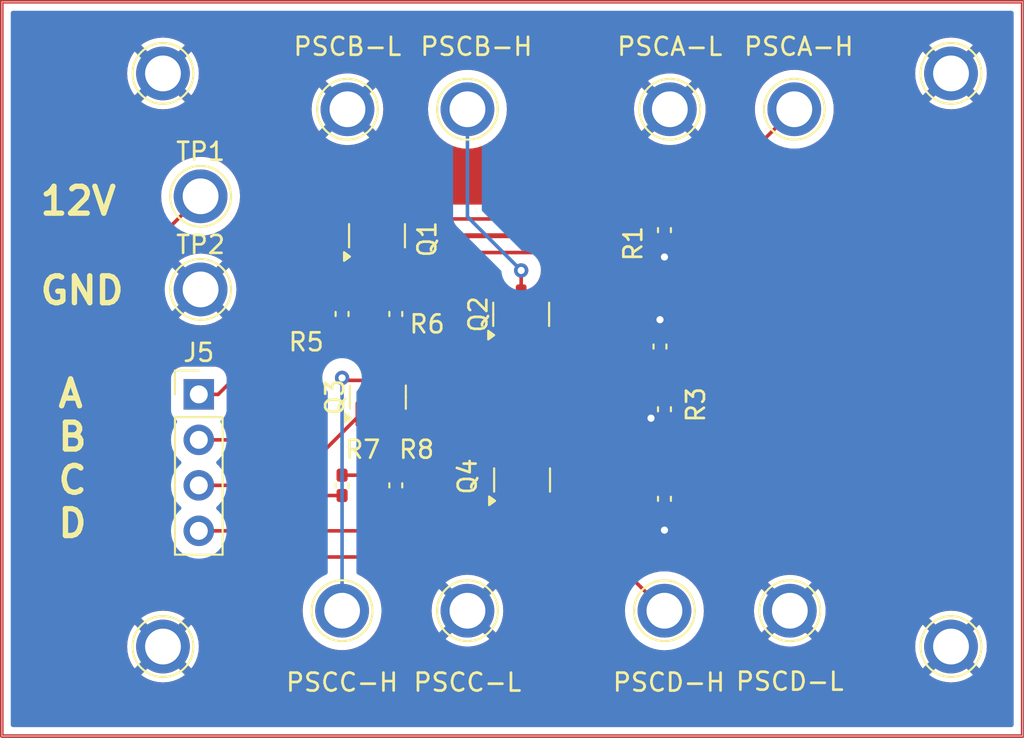
<source format=kicad_pcb>
(kicad_pcb (version 20240108) (generator "pcbnew") (generator_version "8.0")
  (layers (0 "F.Cu" signal) (31 "B.Cu" signal) (34 "B.Paste" user) (35 "F.Paste" user) (36 "B.SilkS" user "B.Silkscreen") (37 "F.SilkS" user "F.Silkscreen") (38 "B.Mask" user) (39 "F.Mask" user) (44 "Edge.Cuts" user))
  (net 0 "")
  (net 1 "Net-(J5-Pin_3)")
  (net 2 "Net-(J5-Pin_4)")
  (net 3 "Net-(J5-Pin_1)")
  (net 4 "Net-(J5-Pin_2)")
  (net 5 "+12V")
  (net 6 "GND")
  (net 7 "Net-(Q1-D)")
  (net 8 "Net-(Q2-D)")
  (net 9 "Net-(Q3-D)")
  (net 10 "Net-(Q4-D)")
  (footprint "Connector_PinHeader_2.54mm:PinHeader_1x04_P2.54mm_Vertical" (layer "F.Cu") (at 73 75.92)
    (property "Reference" "J5" (at 0 -2.33 0) (layer "F.SilkS"))
    (property "Value" "Conn_01x04_Pin" (hide yes))
    (fp_line (start -1.33 -1.33) (end 0 -1.33) (stroke (width 0.12)) (layer "F.SilkS"))
    (fp_line (start -1.33 0) (end -1.33 -1.33) (stroke (width 0.12)) (layer "F.SilkS"))
    (fp_line (start -1.33 1.27) (end -1.33 8.95) (stroke (width 0.12)) (layer "F.SilkS"))
    (fp_line (start -1.33 1.27) (end 1.33 1.27) (stroke (width 0.12)) (layer "F.SilkS"))
    (fp_line (start -1.33 8.95) (end 1.33 8.95) (stroke (width 0.12)) (layer "F.SilkS"))
    (fp_line (start 1.33 1.27) (end 1.33 8.95) (stroke (width 0.12)) (layer "F.SilkS"))
    (pad "1" thru_hole rect (at 0 0) (size 1.7 1.7) (drill 1) (layers "*.Cu" "*.Mask" "In1.Cu" "In2.Cu" "In3.Cu" "In4.Cu" "In5.Cu" "In6.Cu" "In7.Cu" "In8.Cu" "In9.Cu" "In10.Cu" "In11.Cu" "In12.Cu" "In13.Cu" "In14.Cu" "In15.Cu" "In16.Cu" "In17.Cu" "In18.Cu" "In19.Cu" "In20.Cu" "In21.Cu" "In22.Cu" "In23.Cu" "In24.Cu" "In25.Cu" "In26.Cu" "In27.Cu" "In28.Cu" "In29.Cu" "In30.Cu") (net 3 "Net-(J5-Pin_1)"))
    (pad "2" thru_hole oval (at 0 2.54) (size 1.7 1.7) (drill 1) (layers "*.Cu" "*.Mask" "In1.Cu" "In2.Cu" "In3.Cu" "In4.Cu" "In5.Cu" "In6.Cu" "In7.Cu" "In8.Cu" "In9.Cu" "In10.Cu" "In11.Cu" "In12.Cu" "In13.Cu" "In14.Cu" "In15.Cu" "In16.Cu" "In17.Cu" "In18.Cu" "In19.Cu" "In20.Cu" "In21.Cu" "In22.Cu" "In23.Cu" "In24.Cu" "In25.Cu" "In26.Cu" "In27.Cu" "In28.Cu" "In29.Cu" "In30.Cu") (net 4 "Net-(J5-Pin_2)"))
    (pad "3" thru_hole oval (at 0 5.08) (size 1.7 1.7) (drill 1) (layers "*.Cu" "*.Mask" "In1.Cu" "In2.Cu" "In3.Cu" "In4.Cu" "In5.Cu" "In6.Cu" "In7.Cu" "In8.Cu" "In9.Cu" "In10.Cu" "In11.Cu" "In12.Cu" "In13.Cu" "In14.Cu" "In15.Cu" "In16.Cu" "In17.Cu" "In18.Cu" "In19.Cu" "In20.Cu" "In21.Cu" "In22.Cu" "In23.Cu" "In24.Cu" "In25.Cu" "In26.Cu" "In27.Cu" "In28.Cu" "In29.Cu" "In30.Cu") (net 1 "Net-(J5-Pin_3)"))
    (pad "4" thru_hole oval (at 0 7.62) (size 1.7 1.7) (drill 1) (layers "*.Cu" "*.Mask" "In1.Cu" "In2.Cu" "In3.Cu" "In4.Cu" "In5.Cu" "In6.Cu" "In7.Cu" "In8.Cu" "In9.Cu" "In10.Cu" "In11.Cu" "In12.Cu" "In13.Cu" "In14.Cu" "In15.Cu" "In16.Cu" "In17.Cu" "In18.Cu" "In19.Cu" "In20.Cu" "In21.Cu" "In22.Cu" "In23.Cu" "In24.Cu" "In25.Cu" "In26.Cu" "In27.Cu" "In28.Cu" "In29.Cu" "In30.Cu") (net 2 "Net-(J5-Pin_4)"))
  )
  (footprint "Capacitor_SMD:C_0402_1005Metric_Pad0.74x0.62mm_HandSolder" (layer "F.Cu") (at 99 66.75 90)
    (property "Reference" "R1" (hide yes))
    (property "Value" "R" (hide yes))
    (fp_line (start -0.115835 -0.36) (end 0.115835 -0.36) (stroke (width 0.12)) (layer "F.SilkS"))
    (fp_line (start -0.115835 0.36) (end 0.115835 0.36) (stroke (width 0.12)) (layer "F.SilkS"))
    (pad "1" smd roundrect (at -0.5675 0 90) (size 0.735 0.62) (layers "F.Cu" "F.Paste" "F.Mask") (net 6 "GND"))
    (pad "2" smd roundrect (at 0.5675 0 90) (size 0.735 0.62) (layers "F.Cu" "F.Paste" "F.Mask") (net 7 "Net-(Q1-D)"))
  )
  (footprint "TestPoint:TestPoint_Plated_Hole_D2.0mm" (layer "F.Cu") (at 106 88)
    (property "Reference" "TP10" (hide yes))
    (property "Value" "PSCD-L" (at 0 3.95 0) (layer "F.SilkS"))
    (fp_circle (center 0 0) (end 0 -1.7) (stroke (width 0.12)) (fill none) (layer "F.SilkS"))
    (pad "1" thru_hole circle (at 0 0) (size 3 3) (drill 2) (layers "*.Cu" "*.Mask" "In1.Cu" "In2.Cu" "In3.Cu" "In4.Cu" "In5.Cu" "In6.Cu" "In7.Cu" "In8.Cu" "In9.Cu" "In10.Cu" "In11.Cu" "In12.Cu" "In13.Cu" "In14.Cu" "In15.Cu" "In16.Cu" "In17.Cu" "In18.Cu" "In19.Cu" "In20.Cu" "In21.Cu" "In22.Cu" "In23.Cu" "In24.Cu" "In25.Cu" "In26.Cu" "In27.Cu" "In28.Cu" "In29.Cu" "In30.Cu") (net 6 "GND"))
  )
  (footprint "Capacitor_SMD:C_0402_1005Metric_Pad0.74x0.62mm_HandSolder" (layer "F.Cu") (at 84 81 -90)
    (property "Reference" "R8" (at -2 -1.16 180) (layer "F.SilkS"))
    (property "Value" "R" (hide yes))
    (fp_line (start -0.115835 0.36) (end 0.115835 0.36) (stroke (width 0.12)) (layer "F.SilkS"))
    (fp_line (start -0.115835 -0.36) (end 0.115835 -0.36) (stroke (width 0.12)) (layer "F.SilkS"))
    (pad "1" smd roundrect (at -0.5675 0 270) (size 0.735 0.62) (layers "F.Cu" "F.Paste" "F.Mask") (net 5 "+12V"))
    (pad "2" smd roundrect (at 0.5675 0 270) (size 0.735 0.62) (layers "F.Cu" "F.Paste" "F.Mask") (net 2 "Net-(J5-Pin_4)"))
  )
  (footprint "TestPoint:TestPoint_Plated_Hole_D2.0mm" (layer "F.Cu") (at 88 88)
    (property "Reference" "TP9" (hide yes))
    (property "Value" "PSCC-L" (at 0 4 0) (layer "F.SilkS"))
    (fp_circle (center 0 0) (end 0 -1.7) (stroke (width 0.12)) (fill none) (layer "F.SilkS"))
    (pad "1" thru_hole circle (at 0 0) (size 3 3) (drill 2) (layers "*.Cu" "*.Mask" "In1.Cu" "In2.Cu" "In3.Cu" "In4.Cu" "In5.Cu" "In6.Cu" "In7.Cu" "In8.Cu" "In9.Cu" "In10.Cu" "In11.Cu" "In12.Cu" "In13.Cu" "In14.Cu" "In15.Cu" "In16.Cu" "In17.Cu" "In18.Cu" "In19.Cu" "In20.Cu" "In21.Cu" "In22.Cu" "In23.Cu" "In24.Cu" "In25.Cu" "In26.Cu" "In27.Cu" "In28.Cu" "In29.Cu" "In30.Cu") (net 6 "GND"))
  )
  (footprint "TestPoint:TestPoint_Plated_Hole_D2.0mm" (layer "F.Cu") (at 71 58)
    (property "Reference" "TP2" (hide yes))
    (property "Value" "TestPoint" (hide yes))
    (fp_circle (center 0 0) (end 0 -1.7) (stroke (width 0.12)) (fill none) (layer "F.SilkS"))
    (pad "1" thru_hole circle (at 0 0) (size 3 3) (drill 2) (layers "*.Cu" "*.Mask" "In1.Cu" "In2.Cu" "In3.Cu" "In4.Cu" "In5.Cu" "In6.Cu" "In7.Cu" "In8.Cu" "In9.Cu" "In10.Cu" "In11.Cu" "In12.Cu" "In13.Cu" "In14.Cu" "In15.Cu" "In16.Cu" "In17.Cu" "In18.Cu" "In19.Cu" "In20.Cu" "In21.Cu" "In22.Cu" "In23.Cu" "In24.Cu" "In25.Cu" "In26.Cu" "In27.Cu" "In28.Cu" "In29.Cu" "In30.Cu") (net 6 "GND"))
  )
  (footprint "TestPoint:TestPoint_Plated_Hole_D2.0mm" (layer "F.Cu") (at 73.1 70.06)
    (property "Reference" "TP2" (at 0 -2.498 0) (layer "F.SilkS"))
    (property "Value" "TestPoint" (hide yes))
    (fp_circle (center 0 0) (end 0 -1.7) (stroke (width 0.12)) (fill none) (layer "F.SilkS"))
    (pad "1" thru_hole circle (at 0 0) (size 3 3) (drill 2) (layers "*.Cu" "*.Mask" "In1.Cu" "In2.Cu" "In3.Cu" "In4.Cu" "In5.Cu" "In6.Cu" "In7.Cu" "In8.Cu" "In9.Cu" "In10.Cu" "In11.Cu" "In12.Cu" "In13.Cu" "In14.Cu" "In15.Cu" "In16.Cu" "In17.Cu" "In18.Cu" "In19.Cu" "In20.Cu" "In21.Cu" "In22.Cu" "In23.Cu" "In24.Cu" "In25.Cu" "In26.Cu" "In27.Cu" "In28.Cu" "In29.Cu" "In30.Cu") (net 6 "GND"))
  )
  (footprint "Capacitor_SMD:C_0402_1005Metric_Pad0.74x0.62mm_HandSolder" (layer "F.Cu") (at 98.75 73.25 -90)
    (property "Reference" "R2" (hide yes))
    (property "Value" "R" (hide yes))
    (fp_line (start -0.115835 0.36) (end 0.115835 0.36) (stroke (width 0.12)) (layer "F.SilkS"))
    (fp_line (start -0.115835 -0.36) (end 0.115835 -0.36) (stroke (width 0.12)) (layer "F.SilkS"))
    (pad "1" smd roundrect (at -0.5675 0 270) (size 0.735 0.62) (layers "F.Cu" "F.Paste" "F.Mask") (net 6 "GND"))
    (pad "2" smd roundrect (at 0.5675 0 270) (size 0.735 0.62) (layers "F.Cu" "F.Paste" "F.Mask") (net 8 "Net-(Q2-D)"))
  )
  (footprint "TestPoint:TestPoint_Plated_Hole_D2.0mm" (layer "F.Cu") (at 71 90)
    (property "Reference" "TP2" (hide yes))
    (property "Value" "TestPoint" (hide yes))
    (fp_circle (center 0 0) (end 0 -1.7) (stroke (width 0.12)) (fill none) (layer "F.SilkS"))
    (pad "1" thru_hole circle (at 0 0) (size 3 3) (drill 2) (layers "*.Cu" "*.Mask" "In1.Cu" "In2.Cu" "In3.Cu" "In4.Cu" "In5.Cu" "In6.Cu" "In7.Cu" "In8.Cu" "In9.Cu" "In10.Cu" "In11.Cu" "In12.Cu" "In13.Cu" "In14.Cu" "In15.Cu" "In16.Cu" "In17.Cu" "In18.Cu" "In19.Cu" "In20.Cu" "In21.Cu" "In22.Cu" "In23.Cu" "In24.Cu" "In25.Cu" "In26.Cu" "In27.Cu" "In28.Cu" "In29.Cu" "In30.Cu") (net 6 "GND"))
  )
  (footprint "Capacitor_SMD:C_0402_1005Metric_Pad0.74x0.62mm_HandSolder" (layer "F.Cu") (at 99 76.75 90)
    (property "Reference" "R3" (at 0.25 1.75 90) (layer "F.SilkS"))
    (property "Value" "R" (hide yes))
    (fp_line (start -0.115835 -0.36) (end 0.115835 -0.36) (stroke (width 0.12)) (layer "F.SilkS"))
    (fp_line (start -0.115835 0.36) (end 0.115835 0.36) (stroke (width 0.12)) (layer "F.SilkS"))
    (pad "1" smd roundrect (at -0.5675 0 90) (size 0.735 0.62) (layers "F.Cu" "F.Paste" "F.Mask") (net 6 "GND"))
    (pad "2" smd roundrect (at 0.5675 0 90) (size 0.735 0.62) (layers "F.Cu" "F.Paste" "F.Mask") (net 9 "Net-(Q3-D)"))
  )
  (footprint "TestPoint:TestPoint_Plated_Hole_D2.0mm" (layer "F.Cu") (at 81.3 60 180)
    (property "Reference" "TP8" (hide yes))
    (property "Value" "PSCB-L" (at 0 3.5 0) (layer "F.SilkS"))
    (fp_circle (center 0 0) (end 0 -1.7) (stroke (width 0.12)) (fill none) (layer "F.SilkS"))
    (pad "1" thru_hole circle (at 0 0 180) (size 3 3) (drill 2) (layers "*.Cu" "*.Mask" "In1.Cu" "In2.Cu" "In3.Cu" "In4.Cu" "In5.Cu" "In6.Cu" "In7.Cu" "In8.Cu" "In9.Cu" "In10.Cu" "In11.Cu" "In12.Cu" "In13.Cu" "In14.Cu" "In15.Cu" "In16.Cu" "In17.Cu" "In18.Cu" "In19.Cu" "In20.Cu" "In21.Cu" "In22.Cu" "In23.Cu" "In24.Cu" "In25.Cu" "In26.Cu" "In27.Cu" "In28.Cu" "In29.Cu" "In30.Cu") (net 6 "GND"))
  )
  (footprint "Capacitor_SMD:C_0402_1005Metric_Pad0.74x0.62mm_HandSolder" (layer "F.Cu") (at 99 81.75 90)
    (property "Reference" "R4" (hide yes))
    (property "Value" "R" (hide yes))
    (fp_line (start -0.115835 -0.36) (end 0.115835 -0.36) (stroke (width 0.12)) (layer "F.SilkS"))
    (fp_line (start -0.115835 0.36) (end 0.115835 0.36) (stroke (width 0.12)) (layer "F.SilkS"))
    (pad "1" smd roundrect (at -0.5675 0 90) (size 0.735 0.62) (layers "F.Cu" "F.Paste" "F.Mask") (net 6 "GND"))
    (pad "2" smd roundrect (at 0.5675 0 90) (size 0.735 0.62) (layers "F.Cu" "F.Paste" "F.Mask") (net 10 "Net-(Q4-D)"))
  )
  (footprint "TestPoint:TestPoint_Plated_Hole_D2.0mm" (layer "F.Cu") (at 99.3 60 180)
    (property "Reference" "TP7" (hide yes))
    (property "Value" "PSCA-L" (at 0 3.5 0) (layer "F.SilkS"))
    (fp_circle (center 0 0) (end 0 -1.7) (stroke (width 0.12)) (fill none) (layer "F.SilkS"))
    (pad "1" thru_hole circle (at 0 0 180) (size 3 3) (drill 2) (layers "*.Cu" "*.Mask" "In1.Cu" "In2.Cu" "In3.Cu" "In4.Cu" "In5.Cu" "In6.Cu" "In7.Cu" "In8.Cu" "In9.Cu" "In10.Cu" "In11.Cu" "In12.Cu" "In13.Cu" "In14.Cu" "In15.Cu" "In16.Cu" "In17.Cu" "In18.Cu" "In19.Cu" "In20.Cu" "In21.Cu" "In22.Cu" "In23.Cu" "In24.Cu" "In25.Cu" "In26.Cu" "In27.Cu" "In28.Cu" "In29.Cu" "In30.Cu") (net 6 "GND"))
  )
  (footprint "TestPoint:TestPoint_Plated_Hole_D2.0mm" (layer "F.Cu") (at 115 58)
    (property "Reference" "TP2" (hide yes))
    (property "Value" "TestPoint" (hide yes))
    (fp_circle (center 0 0) (end 0 -1.7) (stroke (width 0.12)) (fill none) (layer "F.SilkS"))
    (pad "1" thru_hole circle (at 0 0) (size 3 3) (drill 2) (layers "*.Cu" "*.Mask" "In1.Cu" "In2.Cu" "In3.Cu" "In4.Cu" "In5.Cu" "In6.Cu" "In7.Cu" "In8.Cu" "In9.Cu" "In10.Cu" "In11.Cu" "In12.Cu" "In13.Cu" "In14.Cu" "In15.Cu" "In16.Cu" "In17.Cu" "In18.Cu" "In19.Cu" "In20.Cu" "In21.Cu" "In22.Cu" "In23.Cu" "In24.Cu" "In25.Cu" "In26.Cu" "In27.Cu" "In28.Cu" "In29.Cu" "In30.Cu") (net 6 "GND"))
  )
  (footprint "TestPoint:TestPoint_Plated_Hole_D2.0mm" (layer "F.Cu") (at 81 88)
    (property "Reference" "TP5" (hide yes))
    (property "Value" "PSCC-H" (at 0 4 0) (layer "F.SilkS"))
    (fp_circle (center 0 0) (end 0 -1.7) (stroke (width 0.12)) (fill none) (layer "F.SilkS"))
    (pad "1" thru_hole circle (at 0 0) (size 3 3) (drill 2) (layers "*.Cu" "*.Mask" "In1.Cu" "In2.Cu" "In3.Cu" "In4.Cu" "In5.Cu" "In6.Cu" "In7.Cu" "In8.Cu" "In9.Cu" "In10.Cu" "In11.Cu" "In12.Cu" "In13.Cu" "In14.Cu" "In15.Cu" "In16.Cu" "In17.Cu" "In18.Cu" "In19.Cu" "In20.Cu" "In21.Cu" "In22.Cu" "In23.Cu" "In24.Cu" "In25.Cu" "In26.Cu" "In27.Cu" "In28.Cu" "In29.Cu" "In30.Cu") (net 9 "Net-(Q3-D)"))
  )
  (footprint "TestPoint:TestPoint_Plated_Hole_D2.0mm" (layer "F.Cu") (at 99 88)
    (property "Reference" "TP6" (hide yes))
    (property "Value" "PSCD-H" (at 0.25 4 0) (layer "F.SilkS"))
    (fp_circle (center 0 0) (end 0 -1.7) (stroke (width 0.12)) (fill none) (layer "F.SilkS"))
    (pad "1" thru_hole circle (at 0 0) (size 3 3) (drill 2) (layers "*.Cu" "*.Mask" "In1.Cu" "In2.Cu" "In3.Cu" "In4.Cu" "In5.Cu" "In6.Cu" "In7.Cu" "In8.Cu" "In9.Cu" "In10.Cu" "In11.Cu" "In12.Cu" "In13.Cu" "In14.Cu" "In15.Cu" "In16.Cu" "In17.Cu" "In18.Cu" "In19.Cu" "In20.Cu" "In21.Cu" "In22.Cu" "In23.Cu" "In24.Cu" "In25.Cu" "In26.Cu" "In27.Cu" "In28.Cu" "In29.Cu" "In30.Cu") (net 10 "Net-(Q4-D)"))
  )
  (footprint "TestPoint:TestPoint_Plated_Hole_D2.0mm" (layer "F.Cu") (at 106.25 60)
    (property "Reference" "TP3" (hide yes))
    (property "Value" "PSCA-H" (at 0.25 -3.5 0) (layer "F.SilkS"))
    (fp_circle (center 0 0) (end 0 -1.7) (stroke (width 0.12)) (fill none) (layer "F.SilkS"))
    (pad "1" thru_hole circle (at 0 0) (size 3 3) (drill 2) (layers "*.Cu" "*.Mask" "In1.Cu" "In2.Cu" "In3.Cu" "In4.Cu" "In5.Cu" "In6.Cu" "In7.Cu" "In8.Cu" "In9.Cu" "In10.Cu" "In11.Cu" "In12.Cu" "In13.Cu" "In14.Cu" "In15.Cu" "In16.Cu" "In17.Cu" "In18.Cu" "In19.Cu" "In20.Cu" "In21.Cu" "In22.Cu" "In23.Cu" "In24.Cu" "In25.Cu" "In26.Cu" "In27.Cu" "In28.Cu" "In29.Cu" "In30.Cu") (net 7 "Net-(Q1-D)"))
  )
  (footprint "Package_TO_SOT_SMD:SOT-23" (layer "F.Cu") (at 83 76.075 90)
    (property "Reference" "Q3" (at 0 -2.4 90) (layer "F.SilkS"))
    (property "Value" "IRLML5203" (hide yes))
    (fp_line (start 0 -1.56) (end 0.65 -1.56) (stroke (width 0.12)) (layer "F.SilkS"))
    (fp_line (start 0 -1.56) (end -0.65 -1.56) (stroke (width 0.12)) (layer "F.SilkS"))
    (fp_line (start 0 1.56) (end 0.65 1.56) (stroke (width 0.12)) (layer "F.SilkS"))
    (fp_line (start 0 1.56) (end -0.65 1.56) (stroke (width 0.12)) (layer "F.SilkS"))
    (fp_poly (pts (xy -1.1625 -1.51) (xy -1.4025 -1.84) (xy -0.9225 -1.84) (xy -1.1625 -1.51)) (stroke (width 0.12)) (fill solid) (layer "F.SilkS"))
    (pad "1" smd roundrect (at -0.9375 -0.95 90) (size 1.475 0.6) (layers "F.Cu" "F.Paste" "F.Mask") (net 1 "Net-(J5-Pin_3)"))
    (pad "2" smd roundrect (at -0.9375 0.95 90) (size 1.475 0.6) (layers "F.Cu" "F.Paste" "F.Mask") (net 5 "+12V"))
    (pad "3" smd roundrect (at 0.9375 0 90) (size 1.475 0.6) (layers "F.Cu" "F.Paste" "F.Mask") (net 9 "Net-(Q3-D)"))
  )
  (footprint "Package_TO_SOT_SMD:SOT-23" (layer "F.Cu") (at 91 71.45 90)
    (property "Reference" "Q2" (at 0 -2.4 90) (layer "F.SilkS"))
    (property "Value" "IRLML5203" (hide yes))
    (fp_line (start 0 -1.56) (end 0.65 -1.56) (stroke (width 0.12)) (layer "F.SilkS"))
    (fp_line (start 0 -1.56) (end -0.65 -1.56) (stroke (width 0.12)) (layer "F.SilkS"))
    (fp_line (start 0 1.56) (end 0.65 1.56) (stroke (width 0.12)) (layer "F.SilkS"))
    (fp_line (start 0 1.56) (end -0.65 1.56) (stroke (width 0.12)) (layer "F.SilkS"))
    (fp_poly (pts (xy -1.1625 -1.51) (xy -1.4025 -1.84) (xy -0.9225 -1.84) (xy -1.1625 -1.51)) (stroke (width 0.12)) (fill solid) (layer "F.SilkS"))
    (pad "1" smd roundrect (at -0.9375 -0.95 90) (size 1.475 0.6) (layers "F.Cu" "F.Paste" "F.Mask") (net 4 "Net-(J5-Pin_2)"))
    (pad "2" smd roundrect (at -0.9375 0.95 90) (size 1.475 0.6) (layers "F.Cu" "F.Paste" "F.Mask") (net 5 "+12V"))
    (pad "3" smd roundrect (at 0.9375 0 90) (size 1.475 0.6) (layers "F.Cu" "F.Paste" "F.Mask") (net 8 "Net-(Q2-D)"))
  )
  (footprint "Capacitor_SMD:C_0402_1005Metric_Pad0.74x0.62mm_HandSolder" (layer "F.Cu") (at 81 71.4325 -90)
    (property "Reference" "R5" (at 1.5675 2 180) (layer "F.SilkS"))
    (property "Value" "R" (hide yes))
    (fp_line (start -0.115835 0.36) (end 0.115835 0.36) (stroke (width 0.12)) (layer "F.SilkS"))
    (fp_line (start -0.115835 -0.36) (end 0.115835 -0.36) (stroke (width 0.12)) (layer "F.SilkS"))
    (pad "1" smd roundrect (at -0.5675 0 270) (size 0.735 0.62) (layers "F.Cu" "F.Paste" "F.Mask") (net 5 "+12V"))
    (pad "2" smd roundrect (at 0.5675 0 270) (size 0.735 0.62) (layers "F.Cu" "F.Paste" "F.Mask") (net 3 "Net-(J5-Pin_1)"))
  )
  (footprint "TestPoint:TestPoint_Plated_Hole_D2.0mm" (layer "F.Cu") (at 73.1 64.86)
    (property "Reference" "TP1" (at 0 -2.498 0) (layer "F.SilkS"))
    (property "Value" "TestPoint" (hide yes))
    (fp_circle (center 0 0) (end 0 -1.7) (stroke (width 0.12)) (fill none) (layer "F.SilkS"))
    (pad "1" thru_hole circle (at 0 0) (size 3 3) (drill 2) (layers "*.Cu" "*.Mask" "In1.Cu" "In2.Cu" "In3.Cu" "In4.Cu" "In5.Cu" "In6.Cu" "In7.Cu" "In8.Cu" "In9.Cu" "In10.Cu" "In11.Cu" "In12.Cu" "In13.Cu" "In14.Cu" "In15.Cu" "In16.Cu" "In17.Cu" "In18.Cu" "In19.Cu" "In20.Cu" "In21.Cu" "In22.Cu" "In23.Cu" "In24.Cu" "In25.Cu" "In26.Cu" "In27.Cu" "In28.Cu" "In29.Cu" "In30.Cu") (net 5 "+12V"))
  )
  (footprint "Package_TO_SOT_SMD:SOT-23" (layer "F.Cu") (at 91.05 80.7 90)
    (property "Reference" "Q4" (hide yes))
    (property "Value" "IRLML5203" (hide yes))
    (fp_line (start 0 -1.56) (end 0.65 -1.56) (stroke (width 0.12)) (layer "F.SilkS"))
    (fp_line (start 0 -1.56) (end -0.65 -1.56) (stroke (width 0.12)) (layer "F.SilkS"))
    (fp_line (start 0 1.56) (end 0.65 1.56) (stroke (width 0.12)) (layer "F.SilkS"))
    (fp_line (start 0 1.56) (end -0.65 1.56) (stroke (width 0.12)) (layer "F.SilkS"))
    (fp_poly (pts (xy -1.1625 -1.51) (xy -1.4025 -1.84) (xy -0.9225 -1.84) (xy -1.1625 -1.51)) (stroke (width 0.12)) (fill solid) (layer "F.SilkS"))
    (pad "1" smd roundrect (at -0.9375 -0.95 90) (size 1.475 0.6) (layers "F.Cu" "F.Paste" "F.Mask") (net 2 "Net-(J5-Pin_4)"))
    (pad "2" smd roundrect (at -0.9375 0.95 90) (size 1.475 0.6) (layers "F.Cu" "F.Paste" "F.Mask") (net 5 "+12V"))
    (pad "3" smd roundrect (at 0.9375 0 90) (size 1.475 0.6) (layers "F.Cu" "F.Paste" "F.Mask") (net 10 "Net-(Q4-D)"))
  )
  (footprint "Package_TO_SOT_SMD:SOT-23" (layer "F.Cu") (at 82.95 67.0625 90)
    (property "Reference" "Q1" (at -0.1875 2.8 90) (layer "F.SilkS"))
    (property "Value" "IRLML5203" (hide yes))
    (fp_line (start 0 -1.56) (end 0.65 -1.56) (stroke (width 0.12)) (layer "F.SilkS"))
    (fp_line (start 0 -1.56) (end -0.65 -1.56) (stroke (width 0.12)) (layer "F.SilkS"))
    (fp_line (start 0 1.56) (end 0.65 1.56) (stroke (width 0.12)) (layer "F.SilkS"))
    (fp_line (start 0 1.56) (end -0.65 1.56) (stroke (width 0.12)) (layer "F.SilkS"))
    (fp_poly (pts (xy -1.1625 -1.51) (xy -1.4025 -1.84) (xy -0.9225 -1.84) (xy -1.1625 -1.51)) (stroke (width 0.12)) (fill solid) (layer "F.SilkS"))
    (pad "1" smd roundrect (at -0.9375 -0.95 90) (size 1.475 0.6) (layers "F.Cu" "F.Paste" "F.Mask") (net 3 "Net-(J5-Pin_1)"))
    (pad "2" smd roundrect (at -0.9375 0.95 90) (size 1.475 0.6) (layers "F.Cu" "F.Paste" "F.Mask") (net 5 "+12V"))
    (pad "3" smd roundrect (at 0.9375 0 90) (size 1.475 0.6) (layers "F.Cu" "F.Paste" "F.Mask") (net 7 "Net-(Q1-D)"))
  )
  (footprint "Capacitor_SMD:C_0402_1005Metric_Pad0.74x0.62mm_HandSolder" (layer "F.Cu") (at 81 81 -90)
    (property "Reference" "R7" (at -2 -1.16 180) (layer "F.SilkS"))
    (property "Value" "R" (hide yes))
    (fp_line (start -0.115835 0.36) (end 0.115835 0.36) (stroke (width 0.12)) (layer "F.SilkS"))
    (fp_line (start -0.115835 -0.36) (end 0.115835 -0.36) (stroke (width 0.12)) (layer "F.SilkS"))
    (pad "1" smd roundrect (at -0.5675 0 270) (size 0.735 0.62) (layers "F.Cu" "F.Paste" "F.Mask") (net 5 "+12V"))
    (pad "2" smd roundrect (at 0.5675 0 270) (size 0.735 0.62) (layers "F.Cu" "F.Paste" "F.Mask") (net 1 "Net-(J5-Pin_3)"))
  )
  (footprint "Capacitor_SMD:C_0402_1005Metric_Pad0.74x0.62mm_HandSolder" (layer "F.Cu") (at 84 71.4325 -90)
    (property "Reference" "R6" (at 0.5675 -1.75 180) (layer "F.SilkS"))
    (property "Value" "R" (hide yes))
    (fp_line (start -0.115835 0.36) (end 0.115835 0.36) (stroke (width 0.12)) (layer "F.SilkS"))
    (fp_line (start -0.115835 -0.36) (end 0.115835 -0.36) (stroke (width 0.12)) (layer "F.SilkS"))
    (pad "1" smd roundrect (at -0.5675 0 270) (size 0.735 0.62) (layers "F.Cu" "F.Paste" "F.Mask") (net 5 "+12V"))
    (pad "2" smd roundrect (at 0.5675 0 270) (size 0.735 0.62) (layers "F.Cu" "F.Paste" "F.Mask") (net 4 "Net-(J5-Pin_2)"))
  )
  (footprint "TestPoint:TestPoint_Plated_Hole_D2.0mm" (layer "F.Cu") (at 115 90)
    (property "Reference" "TP2" (hide yes))
    (property "Value" "TestPoint" (hide yes))
    (fp_circle (center 0 0) (end 0 -1.7) (stroke (width 0.12)) (fill none) (layer "F.SilkS"))
    (pad "" thru_hole circle (at 0 0) (size 3 3) (drill 2) (layers "*.Cu" "*.Mask" "In1.Cu" "In2.Cu" "In3.Cu" "In4.Cu" "In5.Cu" "In6.Cu" "In7.Cu" "In8.Cu" "In9.Cu" "In10.Cu" "In11.Cu" "In12.Cu" "In13.Cu" "In14.Cu" "In15.Cu" "In16.Cu" "In17.Cu" "In18.Cu" "In19.Cu" "In20.Cu" "In21.Cu" "In22.Cu" "In23.Cu" "In24.Cu" "In25.Cu" "In26.Cu" "In27.Cu" "In28.Cu" "In29.Cu" "In30.Cu") (net 6 "GND"))
  )
  (footprint "TestPoint:TestPoint_Plated_Hole_D2.0mm" (layer "F.Cu") (at 88 60)
    (property "Reference" "TP4" (hide yes))
    (property "Value" "PSCB-H" (at 0.5 -3.5 0) (layer "F.SilkS"))
    (fp_circle (center 0 0) (end 0 -1.7) (stroke (width 0.12)) (fill none) (layer "F.SilkS"))
    (pad "1" thru_hole circle (at 0 0) (size 3 3) (drill 2) (layers "*.Cu" "*.Mask" "In1.Cu" "In2.Cu" "In3.Cu" "In4.Cu" "In5.Cu" "In6.Cu" "In7.Cu" "In8.Cu" "In9.Cu" "In10.Cu" "In11.Cu" "In12.Cu" "In13.Cu" "In14.Cu" "In15.Cu" "In16.Cu" "In17.Cu" "In18.Cu" "In19.Cu" "In20.Cu" "In21.Cu" "In22.Cu" "In23.Cu" "In24.Cu" "In25.Cu" "In26.Cu" "In27.Cu" "In28.Cu" "In29.Cu" "In30.Cu") (net 8 "Net-(Q2-D)"))
  )
  (gr_rect (start 62 54) (end 119 95) (stroke (width 0.2)) (fill none) (layer "F.Cu"))
  (gr_rect (start 62 54) (end 119 95) (stroke (width 0.05)) (fill none) (layer "Edge.Cuts"))
  (gr_text "  NDR580 Test\nPasternack Proxy" (at 114.75 83.25 90) (layer "F.Cu") (effects (font (size 1.5 1.5) (thickness 0.3) (bold yes)) (justify left bottom)))
  (gr_text "GND" (at 64 71 0) (layer "F.SilkS") (effects (font (size 1.5 1.5) (thickness 0.3) (bold yes)) (justify left bottom)))
  (gr_text "A\nB\nC\nD" (at 65 84 0) (layer "F.SilkS") (effects (font (size 1.5 1.5) (thickness 0.3) (bold yes)) (justify left bottom)))
  (gr_text "12V" (at 64 66 0) (layer "F.SilkS") (effects (font (size 1.5 1.5) (thickness 0.3) (bold yes)) (justify left bottom)))
  (gr_text "Q4\n" (at 88 80.5 90) (layer "F.SilkS") (effects (font (size 1 1))))
  (gr_text "R1\n" (at 97.25 67.5 90) (layer "F.SilkS") (effects (font (size 1 1))))
  (segment (start 78.63 81.5675) (end 78.0625 81) (width 0.2) (layer "F.Cu") (net 1))
  (segment (start 73 81) (end 78.0625 81) (width 0.2) (layer "F.Cu") (net 1))
  (segment (start 78.0625 81) (end 82.05 77.0125) (width 0.2) (layer "F.Cu") (net 1))
  (segment (start 81 81.5675) (end 78.63 81.5675) (width 0.2) (layer "F.Cu") (net 1))
  (segment (start 84 81.5675) (end 86.0275 81.5675) (width 0.2) (layer "F.Cu") (net 2))
  (segment (start 88 83.54) (end 73 83.54) (width 0.2) (layer "F.Cu") (net 2))
  (segment (start 88.1975 83.54) (end 88 83.54) (width 0.2) (layer "F.Cu") (net 2))
  (segment (start 86.0275 81.5675) (end 88 83.54) (width 0.2) (layer "F.Cu") (net 2))
  (segment (start 90.1 81.6375) (end 88.1975 83.54) (width 0.2) (layer "F.Cu") (net 2))
  (segment (start 73 75.92) (end 74.08 75.92) (width 0.2) (layer "F.Cu") (net 3))
  (segment (start 80 72) (end 79 71) (width 0.2) (layer "F.Cu") (net 3))
  (segment (start 74.08 75.92) (end 79 71) (width 0.2) (layer "F.Cu") (net 3))
  (segment (start 81 72) (end 80 72) (width 0.2) (layer "F.Cu") (net 3))
  (segment (start 79 71) (end 82 68) (width 0.2) (layer "F.Cu") (net 3))
  (segment (start 84 73) (end 89.4375 73) (width 0.2) (layer "F.Cu") (net 4))
  (segment (start 84 72) (end 84 73) (width 0.2) (layer "F.Cu") (net 4))
  (segment (start 73 78.46) (end 75.54 78.46) (width 0.2) (layer "F.Cu") (net 4))
  (segment (start 81 73) (end 84 73) (width 0.2) (layer "F.Cu") (net 4))
  (segment (start 89.4375 73) (end 90.05 72.3875) (width 0.2) (layer "F.Cu") (net 4))
  (segment (start 75.54 78.46) (end 81 73) (width 0.2) (layer "F.Cu") (net 4))
  (segment (start 95.75 90.5) (end 92 86.75) (width 0.2) (layer "F.Cu") (net 5))
  (segment (start 70.5 67.46) (end 70.5 86.75) (width 0.2) (layer "F.Cu") (net 5))
  (segment (start 83.9 68) (end 83.9 70.765) (width 0.2) (layer "F.Cu") (net 5))
  (segment (start 104.75 69.75) (end 106 71) (width 0.2) (layer "F.Cu") (net 5))
  (segment (start 106 79) (end 102.5675 82.4325) (width 0.2) (layer "F.Cu") (net 5))
  (segment (start 100.5 90.5) (end 95.75 90.5) (width 0.2) (layer "F.Cu") (net 5))
  (segment (start 89.983052 77.3175) (end 90.915552 78.25) (width 0.2) (layer "F.Cu") (net 5))
  (segment (start 106 75) (end 106 75.25) (width 0.2) (layer "F.Cu") (net 5))
  (segment (start 102.5675 88.4325) (end 100.5 90.5) (width 0.2) (layer "F.Cu") (net 5))
  (segment (start 90.915552 78.25) (end 106 78.25) (width 0.2) (layer "F.Cu") (net 5))
  (segment (start 85.385 70.865) (end 88.25 68) (width 0.2) (layer "F.Cu") (net 5))
  (segment (start 106 78.25) (end 106 79) (width 0.2) (layer "F.Cu") (net 5))
  (segment (start 84 80.4325) (end 84 80.25) (width 0.2) (layer "F.Cu") (net 5))
  (segment (start 94.75 68) (end 96.5 69.75) (width 0.2) (layer "F.Cu") (net 5))
  (segment (start 84 80.25) (end 83.95 80.2) (width 0.2) (layer "F.Cu") (net 5))
  (segment (start 106 77) (end 106 78.25) (width 0.2) (layer "F.Cu") (net 5))
  (segment (start 83.9 70.765) (end 84 70.865) (width 0.2) (layer "F.Cu") (net 5))
  (segment (start 94.5625 75) (end 106 75) (width 0.2) (layer "F.Cu") (net 5))
  (segment (start 86.6825 77.3175) (end 86.3775 77.0125) (width 0.2) (layer "F.Cu") (net 5))
  (segment (start 102.5675 82.4325) (end 102.5675 88.4325) (width 0.2) (layer "F.Cu") (net 5))
  (segment (start 83.95 80.2) (end 83.95 77.0125) (width 0.2) (layer "F.Cu") (net 5))
  (segment (start 78 86.75) (end 79.75 85) (width 0.2) (layer "F.Cu") (net 5))
  (segment (start 86.3775 77.0125) (end 83.95 77.0125) (width 0.2) (layer "F.Cu") (net 5))
  (segment (start 96.5 69.75) (end 104.75 69.75) (width 0.2) (layer "F.Cu") (net 5))
  (segment (start 73.1 64.86) (end 70.5 67.46) (width 0.2) (layer "F.Cu") (net 5))
  (segment (start 91.95 72.3875) (end 94.5625 75) (width 0.2) (layer "F.Cu") (net 5))
  (segment (start 88.25 68) (end 94.75 68) (width 0.2) (layer "F.Cu") (net 5))
  (segment (start 106 71) (end 106 75.25) (width 0.2) (layer "F.Cu") (net 5))
  (segment (start 81 70.865) (end 84 70.865) (width 0.2) (layer "F.Cu") (net 5))
  (segment (start 81 80.4325) (end 84 80.4325) (width 0.2) (layer "F.Cu") (net 5))
  (segment (start 70.5 86.75) (end 78 86.75) (width 0.2) (layer "F.Cu") (net 5))
  (segment (start 79.75 85) (end 92 85) (width 0.2) (layer "F.Cu") (net 5))
  (segment (start 86.6825 77.3175) (end 89.983052 77.3175) (width 0.2) (layer "F.Cu") (net 5))
  (segment (start 92 85) (end 92 81.6375) (width 0.2) (layer "F.Cu") (net 5))
  (segment (start 84 70.865) (end 85.385 70.865) (width 0.2) (layer "F.Cu") (net 5))
  (segment (start 92 86.75) (end 92 85) (width 0.2) (layer "F.Cu") (net 5))
  (segment (start 106 75.25) (end 106 77) (width 0.2) (layer "F.Cu") (net 5))
  (segment (start 99 77.3175) (end 98.3175 77.3175) (width 0.2) (layer "F.Cu") (net 6))
  (segment (start 98.3175 77.3175) (end 98.25 77.25) (width 0.2) (layer "F.Cu") (net 6))
  (via (at 99 83.5) (size 0.8) (drill 0.4) (layers "F.Cu" "B.Cu") (net 6))
  (via (at 99 68.25) (size 0.8) (drill 0.4) (layers "F.Cu" "B.Cu") (net 6))
  (via (at 98.75 71.75) (size 0.8) (drill 0.4) (layers "F.Cu" "B.Cu") (net 6))
  (via (at 98.25 77.25) (size 0.8) (drill 0.4) (layers "F.Cu" "B.Cu") (net 6))
  (segment (start 106.25 60) (end 100.125 66.125) (width 0.2) (layer "F.Cu") (net 7))
  (segment (start 95 66.125) (end 95.26 66.125) (width 0.2) (layer "F.Cu") (net 7))
  (segment (start 82.95 66.125) (end 95 66.125) (width 0.2) (layer "F.Cu") (net 7))
  (segment (start 100.125 66.125) (end 95 66.125) (width 0.2) (layer "F.Cu") (net 7))
  (segment (start 94.5125 70.5125) (end 91.25 70.5125) (width 0.2) (layer "F.Cu") (net 8))
  (segment (start 98.75 73.8175) (end 97.8175 73.8175) (width 0.2) (layer "F.Cu") (net 8))
  (segment (start 97.8175 73.8175) (end 94.5125 70.5125) (width 0.2) (layer "F.Cu") (net 8))
  (segment (start 91 69) (end 91 70.2625) (width 0.2) (layer "F.Cu") (net 8))
  (segment (start 91 70.2625) (end 91.25 70.5125) (width 0.2) (layer "F.Cu") (net 8))
  (segment (start 91.25 70.5125) (end 91 70.5125) (width 0.2) (layer "F.Cu") (net 8))
  (via (at 91 69) (size 0.8) (drill 0.4) (layers "F.Cu" "B.Cu") (net 8))
  (segment (start 88 66) (end 91 69) (width 0.2) (layer "B.Cu") (net 8))
  (segment (start 88 60) (end 88 66) (width 0.2) (layer "B.Cu") (net 8))
  (segment (start 99 76.1825) (end 87.6825 76.1825) (width 0.2) (layer "F.Cu") (net 9))
  (segment (start 87.6825 76.1825) (end 86.6375 75.1375) (width 0.2) (layer "F.Cu") (net 9))
  (segment (start 86.6375 75.1375) (end 83 75.1375) (width 0.2) (layer "F.Cu") (net 9))
  (segment (start 83 75.1375) (end 81.1375 75.1375) (width 0.2) (layer "F.Cu") (net 9))
  (segment (start 81.1375 75.1375) (end 81 75) (width 0.2) (layer "F.Cu") (net 9))
  (via (at 81 75) (size 0.8) (drill 0.4) (layers "F.Cu" "B.Cu") (net 9))
  (segment (start 81 88) (end 81 75) (width 0.2) (layer "B.Cu") (net 9))
  (segment (start 95.6825 81.1825) (end 94.2625 79.7625) (width 0.2) (layer "F.Cu") (net 10))
  (segment (start 99 88) (end 95.6825 84.6825) (width 0.2) (layer "F.Cu") (net 10))
  (segment (start 99 81.1825) (end 95.6825 81.1825) (width 0.2) (layer "F.Cu") (net 10))
  (segment (start 91.05 79.7625) (end 94.2625 79.7625) (width 0.2) (layer "F.Cu") (net 10))
  (segment (start 95.6825 84.6825) (end 95.6825 81.1825) (width 0.2) (layer "F.Cu") (net 10))
  (zone (net 0) (net_name "") (layer "F.Cu") (connect_pads (clearance 0)) (min_thickness 0.25)
    (keepout (tracks allowed) (vias allowed) (pads allowed) (copperpour not_allowed) (footprints allowed))
    (fill (thermal_gap 0.5) (thermal_bridge_width 0.5))
    (polygon (pts (xy 110.5 55.25) (xy 77.5 55.25) (xy 77.5 57.5) (xy 110.5 57.5)))
  )
  (zone (net 0) (net_name "") (layer "F.Cu") (connect_pads (clearance 0)) (min_thickness 0.25)
    (keepout (tracks allowed) (vias allowed) (pads allowed) (copperpour not_allowed) (footprints allowed))
    (fill (thermal_gap 0.5) (thermal_bridge_width 0.5))
    (polygon (pts (xy 70 61) (xy 63 61) (xy 63 86) (xy 70 86)))
  )
  (zone (net 0) (net_name "") (layer "F.Cu") (connect_pads (clearance 0)) (min_thickness 0.25)
    (keepout (tracks allowed) (vias allowed) (pads allowed) (copperpour not_allowed) (footprints allowed))
    (fill (thermal_gap 0.5) (thermal_bridge_width 0.5))
    (polygon (pts (xy 116 62.5) (xy 109.75 62.5) (xy 109.75 85.25) (xy 116 85.25)))
  )
  (zone (net 0) (net_name "") (layer "F.Cu") (connect_pads (clearance 0)) (min_thickness 0.25)
    (keepout (tracks allowed) (vias allowed) (pads allowed) (copperpour not_allowed) (footprints allowed))
    (fill (thermal_gap 0.5) (thermal_bridge_width 0.5))
    (polygon (pts (xy 109.75 90.75) (xy 77 90.75) (xy 77 93.5) (xy 109.75 93.5)))
  )
  (zone (net 6) (net_name "GND") (layers "F.Cu" "B.Cu") (connect_pads (clearance 0.7)) (min_thickness 0.25) (fill yes (thermal_gap 0.5) (thermal_bridge_width 0.5))
    (polygon (pts (xy 119 54) (xy 62 54) (xy 62 95) (xy 119 95)))
  )
)
</source>
